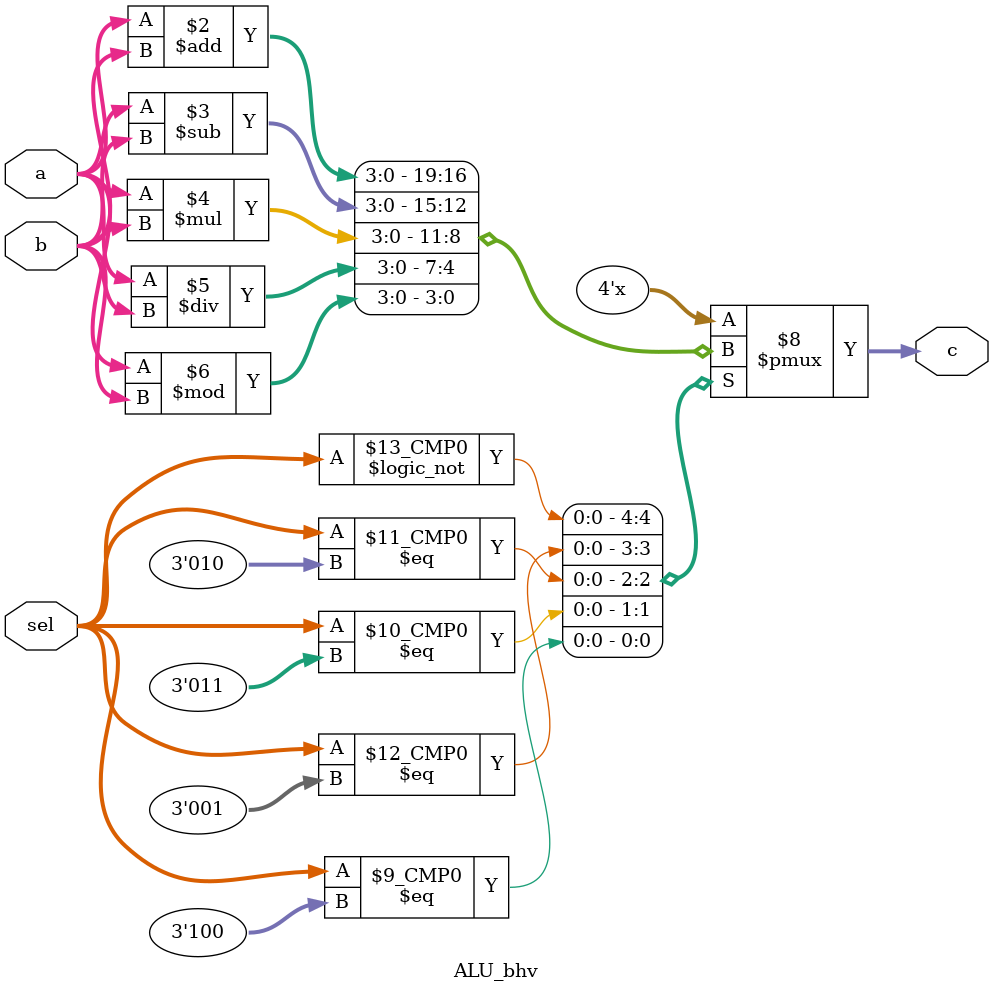
<source format=v>

module ALU_bhv (a, b, sel, c);

	input [3:0] a;
	input [3:0] b;
	input [2:0] sel;
	output [3:0] c;

	wire [3:0] a;
	wire [3:0] b;
	wire [2:0] sel;
	reg [3:0] c;
	
always @(a or b or sel)
  case (sel)
        0: c = a + b;
        1: c = a - b;
        2: c = a * b;
        3: c = a / b;
        4: c = a % b;
      endcase

endmodule
</source>
